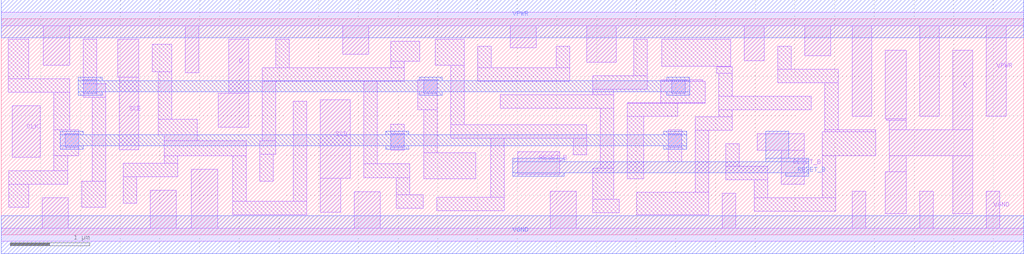
<source format=lef>
# Copyright 2020 The SkyWater PDK Authors
#
# Licensed under the Apache License, Version 2.0 (the "License");
# you may not use this file except in compliance with the License.
# You may obtain a copy of the License at
#
#     https://www.apache.org/licenses/LICENSE-2.0
#
# Unless required by applicable law or agreed to in writing, software
# distributed under the License is distributed on an "AS IS" BASIS,
# WITHOUT WARRANTIES OR CONDITIONS OF ANY KIND, either express or implied.
# See the License for the specific language governing permissions and
# limitations under the License.
#
# SPDX-License-Identifier: Apache-2.0

VERSION 5.5 ;
NAMESCASESENSITIVE ON ;
BUSBITCHARS "[]" ;
DIVIDERCHAR "/" ;
MACRO sky130_fd_sc_hd__sdfrtp_4
  CLASS CORE ;
  SOURCE USER ;
  ORIGIN  0.000000  0.000000 ;
  SIZE  12.88000 BY  2.720000 ;
  SYMMETRY X Y R90 ;
  SITE unithd ;
  PIN D
    ANTENNAGATEAREA  0.144000 ;
    DIRECTION INPUT ;
    USE SIGNAL ;
    PORT
      LAYER li1 ;
        RECT 2.735000 1.355000 3.120000 1.785000 ;
        RECT 2.865000 1.785000 3.120000 2.465000 ;
    END
  END D
  PIN Q
    ANTENNADIFFAREA  0.891000 ;
    DIRECTION OUTPUT ;
    USE SIGNAL ;
    PORT
      LAYER li1 ;
        RECT 11.140000 0.265000 11.400000 0.795000 ;
        RECT 11.140000 1.460000 11.400000 2.325000 ;
        RECT 11.150000 1.445000 11.400000 1.460000 ;
        RECT 11.190000 0.795000 11.400000 0.995000 ;
        RECT 11.190000 0.995000 12.240000 1.325000 ;
        RECT 11.190000 1.325000 11.400000 1.445000 ;
        RECT 11.990000 0.265000 12.240000 0.995000 ;
        RECT 11.990000 1.325000 12.240000 2.325000 ;
    END
  END Q
  PIN RESET_B
    ANTENNAGATEAREA  0.252000 ;
    DIRECTION INPUT ;
    USE SIGNAL ;
    PORT
      LAYER li1 ;
        RECT 6.505000 0.765000 7.035000 1.045000 ;
    END
    PORT
      LAYER li1 ;
        RECT 9.525000 1.065000 10.115000 1.275000 ;
        RECT 9.825000 0.635000 10.115000 1.065000 ;
    END
    PORT
      LAYER met1 ;
        RECT 6.445000 0.735000  7.095000 0.780000 ;
        RECT 6.445000 0.780000 10.175000 0.920000 ;
        RECT 6.445000 0.920000  7.095000 0.965000 ;
        RECT 9.630000 0.920000 10.175000 0.965000 ;
        RECT 9.630000 0.965000  9.920000 1.305000 ;
        RECT 9.885000 0.735000 10.175000 0.780000 ;
    END
  END RESET_B
  PIN SCD
    ANTENNAGATEAREA  0.156600 ;
    DIRECTION INPUT ;
    USE SIGNAL ;
    PORT
      LAYER li1 ;
        RECT 4.020000 0.285000 4.275000 0.710000 ;
        RECT 4.020000 0.710000 4.395000 1.700000 ;
    END
  END SCD
  PIN SCE
    ANTENNAGATEAREA  0.435000 ;
    DIRECTION INPUT ;
    USE SIGNAL ;
    PORT
      LAYER li1 ;
        RECT 1.465000 1.985000 1.730000 2.465000 ;
        RECT 1.485000 1.070000 1.730000 1.985000 ;
    END
  END SCE
  PIN CLK
    ANTENNAGATEAREA  0.247500 ;
    DIRECTION INPUT ;
    USE CLOCK ;
    PORT
      LAYER li1 ;
        RECT 0.140000 0.975000 0.490000 1.625000 ;
    END
  END CLK
  PIN VGND
    DIRECTION INOUT ;
    SHAPE ABUTMENT ;
    USE GROUND ;
    PORT
      LAYER li1 ;
        RECT  0.000000 -0.085000 12.880000 0.085000 ;
        RECT  0.515000  0.085000  0.845000 0.465000 ;
        RECT  1.875000  0.085000  2.205000 0.560000 ;
        RECT  2.395000  0.085000  2.725000 0.825000 ;
        RECT  4.445000  0.085000  4.775000 0.540000 ;
        RECT  6.915000  0.085000  7.245000 0.545000 ;
        RECT  9.085000  0.085000  9.255000 0.525000 ;
        RECT 10.720000  0.085000 10.890000 0.545000 ;
        RECT 11.570000  0.085000 11.740000 0.545000 ;
        RECT 12.410000  0.085000 12.580000 0.545000 ;
    END
    PORT
      LAYER met1 ;
        RECT 0.000000 -0.240000 12.880000 0.240000 ;
    END
  END VGND
  PIN VNB
    DIRECTION INOUT ;
    USE GROUND ;
    PORT
    END
  END VNB
  PIN VPB
    DIRECTION INOUT ;
    USE POWER ;
    PORT
    END
  END VPB
  PIN VPWR
    DIRECTION INOUT ;
    SHAPE ABUTMENT ;
    USE POWER ;
    PORT
      LAYER li1 ;
        RECT  0.000000 2.635000 12.880000 2.805000 ;
        RECT  0.530000 2.135000  0.860000 2.635000 ;
        RECT  2.320000 2.040000  2.490000 2.635000 ;
        RECT  4.300000 2.275000  4.630000 2.635000 ;
        RECT  6.410000 2.355000  6.740000 2.635000 ;
        RECT  7.375000 2.175000  7.745000 2.635000 ;
        RECT  9.360000 2.195000  9.610000 2.635000 ;
        RECT 10.120000 2.255000 10.450000 2.635000 ;
        RECT 10.720000 1.495000 10.970000 2.635000 ;
        RECT 11.570000 1.495000 11.820000 2.635000 ;
        RECT 12.410000 1.495000 12.660000 2.635000 ;
    END
    PORT
      LAYER met1 ;
        RECT 0.000000 2.480000 12.880000 2.960000 ;
    END
  END VPWR
  OBS
    LAYER li1 ;
      RECT  0.090000 1.795000  0.865000 1.965000 ;
      RECT  0.090000 1.965000  0.345000 2.465000 ;
      RECT  0.095000 0.345000  0.345000 0.635000 ;
      RECT  0.095000 0.635000  0.835000 0.805000 ;
      RECT  0.660000 0.805000  0.835000 0.995000 ;
      RECT  0.660000 0.995000  0.975000 1.325000 ;
      RECT  0.660000 1.325000  0.865000 1.795000 ;
      RECT  1.015000 0.345000  1.315000 0.675000 ;
      RECT  1.035000 1.730000  1.315000 1.900000 ;
      RECT  1.035000 1.900000  1.205000 2.465000 ;
      RECT  1.145000 0.675000  1.315000 1.730000 ;
      RECT  1.535000 0.395000  1.705000 0.730000 ;
      RECT  1.535000 0.730000  2.225000 0.900000 ;
      RECT  1.900000 2.055000  2.150000 2.400000 ;
      RECT  1.980000 1.260000  2.470000 1.455000 ;
      RECT  1.980000 1.455000  2.150000 2.055000 ;
      RECT  2.055000 0.900000  2.225000 0.995000 ;
      RECT  2.055000 0.995000  3.085000 1.185000 ;
      RECT  2.055000 1.185000  2.470000 1.260000 ;
      RECT  2.915000 0.255000  3.850000 0.425000 ;
      RECT  2.915000 0.425000  3.085000 0.995000 ;
      RECT  3.255000 0.675000  3.425000 1.015000 ;
      RECT  3.255000 1.015000  3.460000 1.185000 ;
      RECT  3.290000 1.185000  3.460000 1.935000 ;
      RECT  3.290000 1.935000  5.075000 2.105000 ;
      RECT  3.460000 2.105000  3.630000 2.465000 ;
      RECT  3.680000 0.425000  3.850000 1.685000 ;
      RECT  4.565000 0.715000  5.145000 0.895000 ;
      RECT  4.565000 0.895000  4.735000 1.935000 ;
      RECT  4.905000 1.065000  5.075000 1.395000 ;
      RECT  4.905000 2.105000  5.075000 2.185000 ;
      RECT  4.905000 2.185000  5.275000 2.435000 ;
      RECT  4.975000 0.335000  5.315000 0.505000 ;
      RECT  4.975000 0.505000  5.145000 0.715000 ;
      RECT  5.245000 1.575000  5.495000 1.955000 ;
      RECT  5.325000 0.705000  5.975000 1.035000 ;
      RECT  5.325000 1.035000  5.495000 1.575000 ;
      RECT  5.470000 2.135000  5.835000 2.465000 ;
      RECT  5.485000 0.305000  6.335000 0.475000 ;
      RECT  5.665000 1.215000  7.375000 1.385000 ;
      RECT  5.665000 1.385000  5.835000 2.135000 ;
      RECT  6.005000 1.935000  7.165000 2.105000 ;
      RECT  6.005000 2.105000  6.175000 2.375000 ;
      RECT  6.165000 0.475000  6.335000 1.215000 ;
      RECT  6.285000 1.595000  7.715000 1.765000 ;
      RECT  6.995000 2.105000  7.165000 2.375000 ;
      RECT  7.205000 1.005000  7.375000 1.215000 ;
      RECT  7.455000 0.275000  7.785000 0.445000 ;
      RECT  7.455000 0.445000  7.715000 0.835000 ;
      RECT  7.455000 1.765000  7.715000 1.835000 ;
      RECT  7.455000 1.835000  8.140000 2.005000 ;
      RECT  7.545000 0.835000  7.715000 1.595000 ;
      RECT  7.885000 0.705000  8.095000 1.495000 ;
      RECT  7.885000 1.495000  8.520000 1.655000 ;
      RECT  7.885000 1.655000  8.870000 1.665000 ;
      RECT  7.970000 2.005000  8.140000 2.465000 ;
      RECT  8.005000 0.255000  8.915000 0.535000 ;
      RECT  8.310000 1.665000  8.870000 1.935000 ;
      RECT  8.310000 1.935000  8.840000 1.955000 ;
      RECT  8.320000 2.125000  9.190000 2.465000 ;
      RECT  8.405000 0.920000  8.575000 1.325000 ;
      RECT  8.745000 0.535000  8.915000 1.315000 ;
      RECT  8.745000 1.315000  9.210000 1.485000 ;
      RECT  9.015000 2.035000  9.210000 2.115000 ;
      RECT  9.015000 2.115000  9.190000 2.125000 ;
      RECT  9.040000 1.485000  9.210000 1.575000 ;
      RECT  9.040000 1.575000 10.205000 1.745000 ;
      RECT  9.040000 1.745000  9.210000 2.035000 ;
      RECT  9.125000 0.695000  9.655000 0.865000 ;
      RECT  9.125000 0.865000  9.295000 1.145000 ;
      RECT  9.485000 0.295000 10.515000 0.465000 ;
      RECT  9.485000 0.465000  9.655000 0.695000 ;
      RECT  9.780000 1.915000 10.545000 2.085000 ;
      RECT  9.780000 2.085000  9.950000 2.375000 ;
      RECT 10.345000 0.465000 10.515000 0.995000 ;
      RECT 10.345000 0.995000 11.020000 1.295000 ;
      RECT 10.375000 1.295000 11.020000 1.325000 ;
      RECT 10.375000 1.325000 10.545000 1.915000 ;
    LAYER mcon ;
      RECT 0.805000 1.105000 0.975000 1.275000 ;
      RECT 1.035000 1.785000 1.205000 1.955000 ;
      RECT 4.905000 1.105000 5.075000 1.275000 ;
      RECT 5.325000 1.785000 5.495000 1.955000 ;
      RECT 8.405000 1.105000 8.575000 1.275000 ;
      RECT 8.445000 1.785000 8.615000 1.955000 ;
    LAYER met1 ;
      RECT 0.745000 1.075000 1.035000 1.120000 ;
      RECT 0.745000 1.120000 8.635000 1.260000 ;
      RECT 0.745000 1.260000 1.035000 1.305000 ;
      RECT 0.970000 1.755000 1.270000 1.800000 ;
      RECT 0.970000 1.800000 8.675000 1.940000 ;
      RECT 0.970000 1.940000 1.270000 1.985000 ;
      RECT 4.845000 1.075000 5.135000 1.120000 ;
      RECT 4.845000 1.260000 5.135000 1.305000 ;
      RECT 5.265000 1.755000 5.555000 1.800000 ;
      RECT 5.265000 1.940000 5.555000 1.985000 ;
      RECT 8.345000 1.075000 8.635000 1.120000 ;
      RECT 8.345000 1.260000 8.635000 1.305000 ;
      RECT 8.385000 1.755000 8.675000 1.800000 ;
      RECT 8.385000 1.940000 8.675000 1.985000 ;
  END
END sky130_fd_sc_hd__sdfrtp_4
END LIBRARY

</source>
